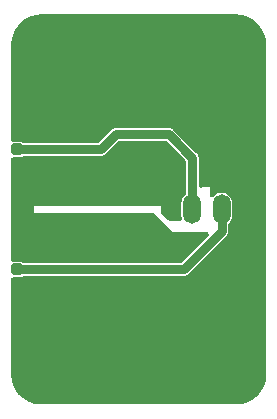
<source format=gbr>
%TF.GenerationSoftware,KiCad,Pcbnew,7.0.6*%
%TF.CreationDate,2023-10-21T15:53:08+08:00*%
%TF.ProjectId,AudioPlug2SMA_M1V1,41756469-6f50-46c7-9567-32534d415f4d,rev?*%
%TF.SameCoordinates,Original*%
%TF.FileFunction,Copper,L1,Top*%
%TF.FilePolarity,Positive*%
%FSLAX46Y46*%
G04 Gerber Fmt 4.6, Leading zero omitted, Abs format (unit mm)*
G04 Created by KiCad (PCBNEW 7.0.6) date 2023-10-21 15:53:08*
%MOMM*%
%LPD*%
G01*
G04 APERTURE LIST*
G04 Aperture macros list*
%AMRoundRect*
0 Rectangle with rounded corners*
0 $1 Rounding radius*
0 $2 $3 $4 $5 $6 $7 $8 $9 X,Y pos of 4 corners*
0 Add a 4 corners polygon primitive as box body*
4,1,4,$2,$3,$4,$5,$6,$7,$8,$9,$2,$3,0*
0 Add four circle primitives for the rounded corners*
1,1,$1+$1,$2,$3*
1,1,$1+$1,$4,$5*
1,1,$1+$1,$6,$7*
1,1,$1+$1,$8,$9*
0 Add four rect primitives between the rounded corners*
20,1,$1+$1,$2,$3,$4,$5,0*
20,1,$1+$1,$4,$5,$6,$7,0*
20,1,$1+$1,$6,$7,$8,$9,0*
20,1,$1+$1,$8,$9,$2,$3,0*%
G04 Aperture macros list end*
%TA.AperFunction,ComponentPad*%
%ADD10C,4.400000*%
%TD*%
%TA.AperFunction,ComponentPad*%
%ADD11O,1.500000X2.500000*%
%TD*%
%TA.AperFunction,SMDPad,CuDef*%
%ADD12RoundRect,0.250000X-0.250000X-0.250000X0.250000X-0.250000X0.250000X0.250000X-0.250000X0.250000X0*%
%TD*%
%TA.AperFunction,SMDPad,CuDef*%
%ADD13RoundRect,0.375000X-1.375000X-0.375000X1.375000X-0.375000X1.375000X0.375000X-1.375000X0.375000X0*%
%TD*%
%TA.AperFunction,ViaPad*%
%ADD14C,0.812800*%
%TD*%
%TA.AperFunction,Conductor*%
%ADD15C,0.779374*%
%TD*%
G04 APERTURE END LIST*
D10*
%TO.P,REF\u002A\u002A,1*%
%TO.N,GNDREF*%
X83820000Y-87630000D03*
%TD*%
%TO.P,REF\u002A\u002A,1*%
%TO.N,GNDREF*%
X100330000Y-87630000D03*
%TD*%
%TO.P,REF\u002A\u002A,1*%
%TO.N,GNDREF*%
X100330000Y-115570000D03*
%TD*%
D11*
%TO.P,J3,R*%
%TO.N,/right*%
X99100000Y-101600000D03*
%TO.P,J3,S*%
%TO.N,GNDREF*%
X101600000Y-101600000D03*
%TO.P,J3,T*%
%TO.N,/left*%
X96600000Y-101600000D03*
%TD*%
D12*
%TO.P,J2,1,In*%
%TO.N,/right*%
X81780000Y-106680000D03*
D13*
%TO.P,J2,2,Ext*%
%TO.N,GNDREF*%
X83030000Y-104180000D03*
X83030000Y-109180000D03*
%TD*%
D10*
%TO.P,REF\u002A\u002A,1*%
%TO.N,GNDREF*%
X83820000Y-115570000D03*
%TD*%
D12*
%TO.P,J1,1,In*%
%TO.N,/left*%
X81780000Y-96520000D03*
D13*
%TO.P,J1,2,Ext*%
%TO.N,GNDREF*%
X83030000Y-94020000D03*
X83030000Y-99020000D03*
%TD*%
D14*
%TO.N,GNDREF*%
X95250000Y-116840000D03*
X97155000Y-107315000D03*
X87630000Y-116840000D03*
X82550000Y-109220000D03*
X88900000Y-107950000D03*
X92710000Y-86360000D03*
X83820000Y-107950000D03*
X93980000Y-116840000D03*
X101600000Y-114300000D03*
X82550000Y-95250000D03*
X93980000Y-86360000D03*
X95885000Y-94615000D03*
X95250000Y-100330000D03*
X93980000Y-107950000D03*
X82550000Y-104140000D03*
X100330000Y-102870000D03*
X98425000Y-106045000D03*
X93980000Y-100647500D03*
X90170000Y-93980000D03*
X101600000Y-109220000D03*
X88900000Y-97790000D03*
X82550000Y-100330000D03*
X83820000Y-100647500D03*
X88900000Y-86360000D03*
X86360000Y-97790000D03*
X87630000Y-100647500D03*
X82550000Y-107950000D03*
X101600000Y-104140000D03*
X88265000Y-94615000D03*
X99060000Y-105410000D03*
X99060000Y-116840000D03*
X82550000Y-113030000D03*
X83820000Y-105410000D03*
X97790000Y-86360000D03*
X82550000Y-114300000D03*
X101600000Y-113030000D03*
X83820000Y-89535000D03*
X97790000Y-99060000D03*
X83820000Y-97790000D03*
X95250000Y-86360000D03*
X91440000Y-100647500D03*
X82550000Y-110490000D03*
X100330000Y-100330000D03*
X101600000Y-93980000D03*
X92710000Y-107950000D03*
X92710000Y-96520000D03*
X86360000Y-102552500D03*
X93980000Y-96520000D03*
X98425000Y-87630000D03*
X100330000Y-99060000D03*
X86360000Y-95250000D03*
X85090000Y-114300000D03*
X82550000Y-97790000D03*
X99060000Y-114300000D03*
X86360000Y-107950000D03*
X99060000Y-88900000D03*
X91440000Y-86360000D03*
X100330000Y-104140000D03*
X82550000Y-91440000D03*
X90170000Y-102552500D03*
X101600000Y-110490000D03*
X97155000Y-95885000D03*
X94615000Y-97155000D03*
X85090000Y-107950000D03*
X96520000Y-107950000D03*
X101600000Y-95250000D03*
X85090000Y-95250000D03*
X85090000Y-86360000D03*
X86360000Y-86360000D03*
X85090000Y-97790000D03*
X91440000Y-107950000D03*
X93980000Y-93980000D03*
X101600000Y-92710000D03*
X83820000Y-102552500D03*
X97790000Y-96520000D03*
X97790000Y-106680000D03*
X88900000Y-105410000D03*
X90170000Y-100647500D03*
X82550000Y-105410000D03*
X96520000Y-95250000D03*
X82550000Y-93980000D03*
X95250000Y-105410000D03*
X101600000Y-90170000D03*
X97790000Y-116840000D03*
X95250000Y-101600000D03*
X90805000Y-97155000D03*
X99060000Y-99060000D03*
X86360000Y-100647500D03*
X88900000Y-116840000D03*
X100330000Y-113665000D03*
X88900000Y-93980000D03*
X85090000Y-88900000D03*
X101600000Y-107950000D03*
X85725000Y-115570000D03*
X96520000Y-86360000D03*
X85090000Y-116840000D03*
X86360000Y-105410000D03*
X88900000Y-102552500D03*
X101600000Y-99060000D03*
X99695000Y-104775000D03*
X95250000Y-97790000D03*
X91440000Y-93980000D03*
X95250000Y-107950000D03*
X83820000Y-113665000D03*
X90170000Y-97790000D03*
X100330000Y-89535000D03*
X98425000Y-115570000D03*
X85090000Y-102552500D03*
X95885000Y-104775000D03*
X101600000Y-106680000D03*
X82550000Y-88900000D03*
X82550000Y-102870000D03*
X92710000Y-93980000D03*
X90170000Y-107950000D03*
X82550000Y-101600000D03*
X92710000Y-102552500D03*
X85090000Y-100647500D03*
X91440000Y-102552500D03*
X90170000Y-86360000D03*
X96520000Y-116840000D03*
X87630000Y-107950000D03*
X91440000Y-116840000D03*
X87630000Y-95250000D03*
X94615000Y-104457500D03*
X93980000Y-103505000D03*
X85725000Y-87630000D03*
X91440000Y-105410000D03*
X82550000Y-111760000D03*
X92710000Y-100647500D03*
X101600000Y-105410000D03*
X82550000Y-90170000D03*
X88900000Y-100647500D03*
X93980000Y-105410000D03*
X87630000Y-102552500D03*
X86360000Y-116840000D03*
X87630000Y-86360000D03*
X91440000Y-96520000D03*
X101600000Y-97790000D03*
X96520000Y-104140000D03*
X92710000Y-116840000D03*
X82550000Y-99060000D03*
X82550000Y-92710000D03*
X83820000Y-95250000D03*
X90170000Y-105410000D03*
X92710000Y-105410000D03*
X97790000Y-97790000D03*
X87630000Y-105410000D03*
X90170000Y-116840000D03*
X101600000Y-91440000D03*
X101600000Y-96520000D03*
X87630000Y-97790000D03*
X101600000Y-111760000D03*
X95250000Y-99060000D03*
X85090000Y-105410000D03*
X99060000Y-86360000D03*
X95250000Y-93980000D03*
%TD*%
D15*
%TO.N,/left*%
X88900000Y-96520000D02*
X81780000Y-96520000D01*
X94615000Y-95250000D02*
X90170000Y-95250000D01*
X96600000Y-101600000D02*
X96600000Y-97235000D01*
X96600000Y-97235000D02*
X94615000Y-95250000D01*
X90170000Y-95250000D02*
X88900000Y-96520000D01*
%TO.N,/right*%
X99100000Y-103465000D02*
X99100000Y-101600000D01*
X81780000Y-106680000D02*
X95885000Y-106680000D01*
X95885000Y-106680000D02*
X99100000Y-103465000D01*
%TD*%
%TA.AperFunction,Conductor*%
%TO.N,GNDREF*%
G36*
X100326635Y-85090528D02*
G01*
X100329982Y-85090579D01*
X100337326Y-85090911D01*
X100445510Y-85096986D01*
X100559479Y-85103880D01*
X100559480Y-85103881D01*
X100633038Y-85110565D01*
X100638718Y-85111254D01*
X100675066Y-85116786D01*
X100702499Y-85121448D01*
X100760331Y-85131274D01*
X100862299Y-85149961D01*
X100876273Y-85152960D01*
X100930442Y-85164588D01*
X100936753Y-85166173D01*
X101052041Y-85199386D01*
X101157354Y-85232205D01*
X101211295Y-85250818D01*
X101216588Y-85252826D01*
X101266729Y-85273595D01*
X101331413Y-85300389D01*
X101440342Y-85349414D01*
X101462238Y-85360074D01*
X101479640Y-85368547D01*
X101483942Y-85370781D01*
X101581624Y-85424768D01*
X101596431Y-85432952D01*
X101707143Y-85499879D01*
X101733384Y-85516845D01*
X101842118Y-85593996D01*
X101845659Y-85596636D01*
X101916446Y-85652094D01*
X101953861Y-85681408D01*
X101964944Y-85690645D01*
X102068733Y-85783395D01*
X102072596Y-85787048D01*
X102172951Y-85887403D01*
X102176603Y-85891266D01*
X102215221Y-85934479D01*
X102269358Y-85995058D01*
X102275863Y-86002864D01*
X102278597Y-86006145D01*
X102363345Y-86114318D01*
X102366034Y-86117924D01*
X102443151Y-86226613D01*
X102460120Y-86252855D01*
X102527043Y-86363560D01*
X102545105Y-86396241D01*
X102589200Y-86476026D01*
X102591460Y-86480378D01*
X102603853Y-86505829D01*
X102610586Y-86519656D01*
X102630949Y-86564900D01*
X102659611Y-86628588D01*
X102707160Y-86743382D01*
X102709189Y-86748732D01*
X102727794Y-86802643D01*
X102760622Y-86907992D01*
X102793819Y-87023226D01*
X102795412Y-87029569D01*
X102810039Y-87097699D01*
X102828725Y-87199667D01*
X102843213Y-87284933D01*
X102848744Y-87321270D01*
X102849434Y-87326956D01*
X102856119Y-87400519D01*
X102863014Y-87514519D01*
X102869084Y-87622597D01*
X102869421Y-87630018D01*
X102869485Y-87634317D01*
X102869500Y-87635264D01*
X102869500Y-115564734D01*
X102869421Y-115569982D01*
X102869085Y-115577391D01*
X102863014Y-115685480D01*
X102856118Y-115799481D01*
X102849434Y-115873040D01*
X102848744Y-115878724D01*
X102843213Y-115915065D01*
X102828725Y-116000332D01*
X102810039Y-116102301D01*
X102795412Y-116170430D01*
X102793820Y-116176771D01*
X102760622Y-116292008D01*
X102727795Y-116397354D01*
X102709194Y-116451255D01*
X102707164Y-116456607D01*
X102659611Y-116571411D01*
X102610586Y-116680345D01*
X102591465Y-116719613D01*
X102589205Y-116723964D01*
X102527048Y-116836431D01*
X102460121Y-116947143D01*
X102443152Y-116973386D01*
X102366036Y-117082072D01*
X102363347Y-117085677D01*
X102278596Y-117193856D01*
X102269358Y-117204939D01*
X102176602Y-117308734D01*
X102172950Y-117312596D01*
X102072596Y-117412950D01*
X102068734Y-117416602D01*
X101964939Y-117509358D01*
X101953856Y-117518596D01*
X101845677Y-117603347D01*
X101842072Y-117606036D01*
X101733386Y-117683152D01*
X101707143Y-117700121D01*
X101596431Y-117767048D01*
X101483964Y-117829205D01*
X101479613Y-117831465D01*
X101451851Y-117844983D01*
X101440344Y-117850586D01*
X101417721Y-117860767D01*
X101331411Y-117899611D01*
X101216607Y-117947164D01*
X101211255Y-117949194D01*
X101157354Y-117967795D01*
X101052008Y-118000622D01*
X100936771Y-118033820D01*
X100930430Y-118035412D01*
X100868840Y-118048634D01*
X100862300Y-118050039D01*
X100842787Y-118053614D01*
X100760332Y-118068725D01*
X100675065Y-118083213D01*
X100638724Y-118088744D01*
X100633040Y-118089434D01*
X100559481Y-118096118D01*
X100445480Y-118103014D01*
X100337389Y-118109085D01*
X100336619Y-118109119D01*
X100329982Y-118109421D01*
X100325545Y-118109487D01*
X100324738Y-118109500D01*
X83825264Y-118109500D01*
X83824317Y-118109485D01*
X83820018Y-118109421D01*
X83812949Y-118109100D01*
X83812610Y-118109085D01*
X83704519Y-118103014D01*
X83600108Y-118096698D01*
X83590520Y-118096119D01*
X83584112Y-118095536D01*
X83516956Y-118089434D01*
X83511280Y-118088745D01*
X83474932Y-118083212D01*
X83389667Y-118068725D01*
X83311830Y-118054461D01*
X83287700Y-118050039D01*
X83280464Y-118048485D01*
X83219569Y-118035412D01*
X83213226Y-118033819D01*
X83097992Y-118000622D01*
X82992643Y-117967794D01*
X82938732Y-117949189D01*
X82933382Y-117947160D01*
X82818588Y-117899611D01*
X82754900Y-117870949D01*
X82709656Y-117850586D01*
X82695829Y-117843853D01*
X82670378Y-117831460D01*
X82666026Y-117829200D01*
X82553576Y-117767052D01*
X82442857Y-117700121D01*
X82439440Y-117697912D01*
X82416613Y-117683151D01*
X82307924Y-117606034D01*
X82304318Y-117603345D01*
X82196145Y-117518597D01*
X82192864Y-117515863D01*
X82185058Y-117509358D01*
X82126715Y-117457220D01*
X82081266Y-117416603D01*
X82077403Y-117412951D01*
X81977048Y-117312596D01*
X81973395Y-117308733D01*
X81880645Y-117204944D01*
X81871408Y-117193861D01*
X81842094Y-117156446D01*
X81786636Y-117085659D01*
X81783996Y-117082118D01*
X81706845Y-116973384D01*
X81689878Y-116947142D01*
X81622952Y-116836431D01*
X81614768Y-116821624D01*
X81560781Y-116723942D01*
X81558547Y-116719640D01*
X81550074Y-116702238D01*
X81539414Y-116680342D01*
X81490389Y-116571413D01*
X81463595Y-116506729D01*
X81442826Y-116456588D01*
X81440818Y-116451295D01*
X81422205Y-116397354D01*
X81389386Y-116292041D01*
X81356173Y-116176753D01*
X81354586Y-116170430D01*
X81339961Y-116102300D01*
X81321273Y-116000327D01*
X81320575Y-115996220D01*
X81306787Y-115915065D01*
X81301255Y-115878722D01*
X81300565Y-115873038D01*
X81293881Y-115799480D01*
X81286985Y-115685479D01*
X81280914Y-115577372D01*
X81280579Y-115569982D01*
X81280500Y-115564734D01*
X81280500Y-115564714D01*
X81280500Y-107520281D01*
X81299266Y-107438060D01*
X81351849Y-107372124D01*
X81427832Y-107335532D01*
X81490779Y-107333414D01*
X81490866Y-107332316D01*
X81498289Y-107332900D01*
X81498292Y-107332900D01*
X82061708Y-107332900D01*
X82156055Y-107317957D01*
X82269771Y-107260016D01*
X82269770Y-107260016D01*
X82271478Y-107258776D01*
X82275986Y-107256848D01*
X82283058Y-107253246D01*
X82283301Y-107253722D01*
X82349028Y-107225632D01*
X82382860Y-107222587D01*
X95875726Y-107222587D01*
X95941009Y-107224817D01*
X95981732Y-107214891D01*
X95991236Y-107213085D01*
X96032764Y-107207378D01*
X96043696Y-107202628D01*
X96074337Y-107192325D01*
X96085919Y-107189503D01*
X96085919Y-107189502D01*
X96085922Y-107189502D01*
X96122466Y-107168953D01*
X96131122Y-107164654D01*
X96169570Y-107147955D01*
X96178817Y-107140431D01*
X96205528Y-107122250D01*
X96215933Y-107116401D01*
X96245574Y-107086758D01*
X96252763Y-107080270D01*
X96285270Y-107053826D01*
X96292142Y-107044088D01*
X96312958Y-107019374D01*
X99477118Y-103855215D01*
X99524848Y-103810639D01*
X99546632Y-103774814D01*
X99552069Y-103766826D01*
X99577398Y-103733427D01*
X99581774Y-103722329D01*
X99596150Y-103693388D01*
X99602345Y-103683200D01*
X99602346Y-103683199D01*
X99613652Y-103642842D01*
X99616744Y-103633651D01*
X99632116Y-103594672D01*
X99633334Y-103582813D01*
X99639371Y-103551052D01*
X99642587Y-103539577D01*
X99642587Y-103497681D01*
X99643084Y-103487986D01*
X99644303Y-103476118D01*
X99647369Y-103446301D01*
X99645342Y-103434542D01*
X99642587Y-103402347D01*
X99642587Y-102917487D01*
X99661353Y-102835266D01*
X99701077Y-102782275D01*
X99700840Y-102782062D01*
X99703217Y-102779421D01*
X99705287Y-102776661D01*
X99707480Y-102774684D01*
X99707486Y-102774681D01*
X99834485Y-102633634D01*
X99929383Y-102469265D01*
X99988034Y-102288757D01*
X100002900Y-102147315D01*
X100002900Y-101052685D01*
X99988034Y-100911243D01*
X99929383Y-100730735D01*
X99834485Y-100566366D01*
X99834482Y-100566363D01*
X99834483Y-100566363D01*
X99707486Y-100425319D01*
X99624098Y-100364734D01*
X99553937Y-100313759D01*
X99380548Y-100236561D01*
X99380546Y-100236560D01*
X99194899Y-100197100D01*
X99005101Y-100197100D01*
X98819453Y-100236560D01*
X98646062Y-100313760D01*
X98492512Y-100425320D01*
X98492509Y-100425323D01*
X98437826Y-100486055D01*
X98368863Y-100534600D01*
X98285667Y-100548416D01*
X98204715Y-100524766D01*
X98142042Y-100468334D01*
X98110060Y-100390298D01*
X98107500Y-100359255D01*
X98107500Y-99695001D01*
X98107500Y-99695000D01*
X97472500Y-99695000D01*
X97472500Y-99695001D01*
X97466084Y-99701417D01*
X97394675Y-99746286D01*
X97310870Y-99755728D01*
X97231267Y-99727874D01*
X97171633Y-99668240D01*
X97143779Y-99588637D01*
X97142587Y-99567420D01*
X97142587Y-97244273D01*
X97143685Y-97212124D01*
X97144817Y-97178991D01*
X97134893Y-97138274D01*
X97133083Y-97128746D01*
X97127378Y-97087236D01*
X97122628Y-97076301D01*
X97112324Y-97045660D01*
X97109502Y-97034078D01*
X97109501Y-97034076D01*
X97095381Y-97008964D01*
X97088962Y-96997548D01*
X97084648Y-96988861D01*
X97067956Y-96950432D01*
X97067955Y-96950431D01*
X97067955Y-96950430D01*
X97060425Y-96941175D01*
X97042248Y-96914467D01*
X97036401Y-96904067D01*
X97026160Y-96893826D01*
X97006766Y-96874431D01*
X97000261Y-96867223D01*
X96973830Y-96834734D01*
X96973828Y-96834732D01*
X96973826Y-96834730D01*
X96964079Y-96827850D01*
X96939370Y-96807036D01*
X95005216Y-94872881D01*
X94960642Y-94825155D01*
X94960641Y-94825154D01*
X94960639Y-94825152D01*
X94924828Y-94803375D01*
X94916809Y-94797916D01*
X94895878Y-94782044D01*
X94883428Y-94772603D01*
X94883427Y-94772602D01*
X94883425Y-94772601D01*
X94872334Y-94768228D01*
X94843389Y-94753851D01*
X94833199Y-94747654D01*
X94833196Y-94747653D01*
X94833194Y-94747652D01*
X94797571Y-94737671D01*
X94792845Y-94736346D01*
X94783652Y-94733255D01*
X94768749Y-94727378D01*
X94744675Y-94717884D01*
X94737510Y-94717147D01*
X94732796Y-94716662D01*
X94701066Y-94710631D01*
X94689583Y-94707414D01*
X94689578Y-94707413D01*
X94689577Y-94707413D01*
X94689575Y-94707413D01*
X94647682Y-94707413D01*
X94637987Y-94706916D01*
X94596303Y-94702631D01*
X94596297Y-94702631D01*
X94584544Y-94704658D01*
X94552348Y-94707413D01*
X90179257Y-94707413D01*
X90113991Y-94705184D01*
X90113990Y-94705184D01*
X90073282Y-94715103D01*
X90063749Y-94716915D01*
X90022241Y-94722620D01*
X90022233Y-94722622D01*
X90011284Y-94727378D01*
X89980673Y-94737671D01*
X89969084Y-94740495D01*
X89969072Y-94740500D01*
X89932546Y-94761036D01*
X89923856Y-94765353D01*
X89885430Y-94782044D01*
X89885428Y-94782045D01*
X89876169Y-94789578D01*
X89849471Y-94807748D01*
X89839066Y-94813598D01*
X89809430Y-94843233D01*
X89802228Y-94849733D01*
X89769733Y-94876170D01*
X89769725Y-94876179D01*
X89762849Y-94885920D01*
X89742036Y-94910628D01*
X88730756Y-95921910D01*
X88659347Y-95966779D01*
X88596759Y-95977413D01*
X82382860Y-95977413D01*
X82300639Y-95958647D01*
X82271478Y-95941224D01*
X82269771Y-95939983D01*
X82156057Y-95882043D01*
X82061708Y-95867100D01*
X81498292Y-95867100D01*
X81498288Y-95867100D01*
X81490866Y-95867684D01*
X81490756Y-95866289D01*
X81415482Y-95861206D01*
X81342136Y-95819579D01*
X81294115Y-95750250D01*
X81280500Y-95679718D01*
X81280500Y-87635283D01*
X81280516Y-87634169D01*
X81280579Y-87630018D01*
X81280910Y-87622697D01*
X81286988Y-87514456D01*
X81293881Y-87400520D01*
X81300565Y-87326961D01*
X81301255Y-87321278D01*
X81306787Y-87284931D01*
X81320576Y-87203780D01*
X81321276Y-87199652D01*
X81339961Y-87097701D01*
X81342960Y-87083726D01*
X81354588Y-87029557D01*
X81356169Y-87023259D01*
X81389380Y-86907980D01*
X81422205Y-86802646D01*
X81440820Y-86748699D01*
X81442819Y-86743427D01*
X81490390Y-86628582D01*
X81539413Y-86519659D01*
X81542418Y-86513486D01*
X81558565Y-86480322D01*
X81560768Y-86476080D01*
X81622962Y-86363550D01*
X81665359Y-86293417D01*
X81689879Y-86252858D01*
X81706845Y-86226616D01*
X81707002Y-86226394D01*
X81784024Y-86117840D01*
X81786596Y-86114391D01*
X81851945Y-86030980D01*
X81871407Y-86006141D01*
X81880643Y-85995058D01*
X81912859Y-85959007D01*
X81973415Y-85891244D01*
X81977012Y-85887438D01*
X82077438Y-85787012D01*
X82081244Y-85783415D01*
X82149007Y-85722859D01*
X82185058Y-85690643D01*
X82196141Y-85681407D01*
X82220980Y-85661945D01*
X82304391Y-85596596D01*
X82307840Y-85594024D01*
X82416615Y-85516845D01*
X82442858Y-85499879D01*
X82483417Y-85475359D01*
X82553550Y-85432962D01*
X82666080Y-85370768D01*
X82670322Y-85368565D01*
X82703486Y-85352418D01*
X82709659Y-85349413D01*
X82818587Y-85300388D01*
X82933427Y-85252819D01*
X82938699Y-85250820D01*
X82992646Y-85232205D01*
X83097945Y-85199390D01*
X83213259Y-85166169D01*
X83219557Y-85164588D01*
X83273726Y-85152960D01*
X83287701Y-85149961D01*
X83333402Y-85141585D01*
X83389646Y-85131277D01*
X83474992Y-85116776D01*
X83511281Y-85111254D01*
X83516961Y-85110565D01*
X83590520Y-85103881D01*
X83704426Y-85096990D01*
X83812697Y-85090910D01*
X83820018Y-85090579D01*
X83824169Y-85090516D01*
X83825283Y-85090500D01*
X100324718Y-85090500D01*
X100326635Y-85090528D01*
G37*
%TD.AperFunction*%
%TA.AperFunction,Conductor*%
G36*
X94393980Y-95811353D02*
G01*
X94445756Y-95848090D01*
X96001911Y-97404245D01*
X96046779Y-97475652D01*
X96057413Y-97538240D01*
X96057413Y-100282513D01*
X96038647Y-100364734D01*
X95998921Y-100417725D01*
X95999159Y-100417939D01*
X95996784Y-100420576D01*
X95994714Y-100423338D01*
X95992514Y-100425318D01*
X95865517Y-100566363D01*
X95770617Y-100730733D01*
X95711967Y-100911239D01*
X95711965Y-100911247D01*
X95697100Y-101052677D01*
X95697100Y-102147322D01*
X95711965Y-102288752D01*
X95711967Y-102288760D01*
X95717062Y-102304441D01*
X95724622Y-102388437D01*
X95694989Y-102467394D01*
X95634032Y-102525676D01*
X95553824Y-102551737D01*
X95536837Y-102552500D01*
X94693494Y-102552500D01*
X94611273Y-102533734D01*
X94559497Y-102496997D01*
X94035503Y-101973003D01*
X93990634Y-101901594D01*
X93980000Y-101839006D01*
X93980000Y-101282501D01*
X93980000Y-101282500D01*
X83185000Y-101282500D01*
X83185000Y-101917500D01*
X93266506Y-101917500D01*
X93348727Y-101936266D01*
X93400503Y-101973002D01*
X94615000Y-103187500D01*
X94932500Y-103505000D01*
X94932501Y-103505000D01*
X97835172Y-103505000D01*
X97917393Y-103523766D01*
X97983329Y-103576349D01*
X98019921Y-103652332D01*
X98019921Y-103736668D01*
X97983329Y-103812651D01*
X97969169Y-103828497D01*
X95715756Y-106081910D01*
X95644347Y-106126779D01*
X95581759Y-106137413D01*
X82382860Y-106137413D01*
X82300639Y-106118647D01*
X82271478Y-106101224D01*
X82269771Y-106099983D01*
X82156057Y-106042043D01*
X82061708Y-106027100D01*
X81498292Y-106027100D01*
X81498288Y-106027100D01*
X81490866Y-106027684D01*
X81490756Y-106026289D01*
X81415482Y-106021206D01*
X81342136Y-105979579D01*
X81294115Y-105910250D01*
X81280500Y-105839718D01*
X81280500Y-97360281D01*
X81299266Y-97278060D01*
X81351849Y-97212124D01*
X81427832Y-97175532D01*
X81490779Y-97173414D01*
X81490866Y-97172316D01*
X81498289Y-97172900D01*
X81498292Y-97172900D01*
X82061708Y-97172900D01*
X82156055Y-97157957D01*
X82269771Y-97100016D01*
X82269770Y-97100016D01*
X82271478Y-97098776D01*
X82275986Y-97096848D01*
X82283058Y-97093246D01*
X82283301Y-97093722D01*
X82349028Y-97065632D01*
X82382860Y-97062587D01*
X88890726Y-97062587D01*
X88956009Y-97064817D01*
X88996732Y-97054891D01*
X89006236Y-97053085D01*
X89047764Y-97047378D01*
X89058696Y-97042628D01*
X89089337Y-97032325D01*
X89100919Y-97029503D01*
X89100919Y-97029502D01*
X89100922Y-97029502D01*
X89137466Y-97008953D01*
X89146122Y-97004654D01*
X89184570Y-96987955D01*
X89193817Y-96980431D01*
X89220528Y-96962250D01*
X89230933Y-96956401D01*
X89260574Y-96926758D01*
X89267763Y-96920270D01*
X89300270Y-96893826D01*
X89307142Y-96884088D01*
X89327958Y-96859374D01*
X90339243Y-95848090D01*
X90410653Y-95803221D01*
X90473241Y-95792587D01*
X94311759Y-95792587D01*
X94393980Y-95811353D01*
G37*
%TD.AperFunction*%
%TD*%
M02*

</source>
